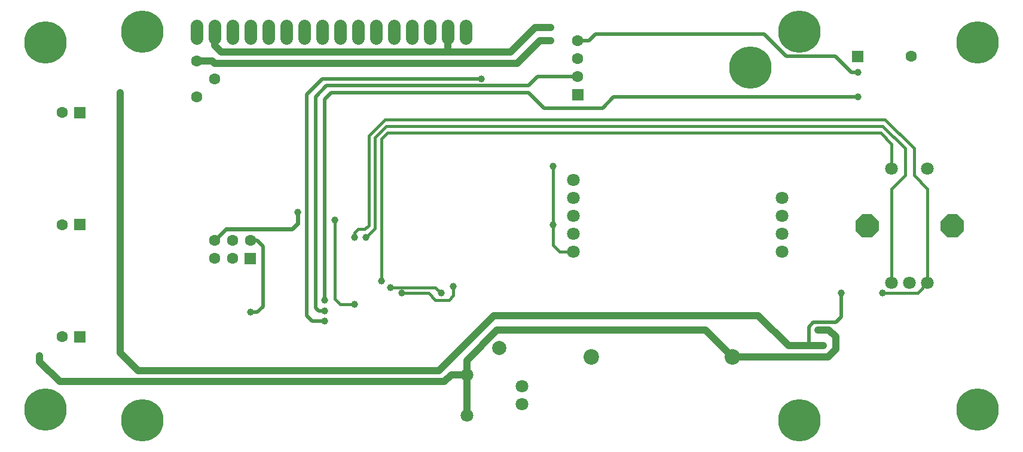
<source format=gbr>
%FSLAX34Y34*%
%MOMM*%
%LNCOPPER_TOP*%
G71*
G01*
%ADD10C, 1.800*%
%ADD11C, 1.800*%
%ADD12C, 1.600*%
%ADD13C, 6.000*%
%ADD14C, 1.600*%
%ADD15C, 2.200*%
%ADD16C, 1.600*%
%ADD17C, 2.000*%
%ADD18C, 1.800*%
%ADD19C, 1.000*%
%ADD20C, 0.400*%
%ADD21C, 1.000*%
%ADD22C, 0.500*%
%ADD23C, 0.600*%
%LPD*%
G54D10*
X294000Y628600D02*
X294000Y610600D01*
G54D10*
X319400Y628600D02*
X319400Y610600D01*
G54D10*
X344800Y628600D02*
X344800Y610600D01*
G54D10*
X370200Y628600D02*
X370200Y610600D01*
G54D10*
X395600Y628600D02*
X395600Y610600D01*
G54D10*
X421000Y628600D02*
X421000Y610600D01*
G54D10*
X446400Y628600D02*
X446400Y610600D01*
G54D10*
X471800Y628600D02*
X471800Y610600D01*
G54D10*
X497200Y628600D02*
X497200Y610600D01*
G54D10*
X522600Y628600D02*
X522600Y610600D01*
G54D10*
X548000Y628600D02*
X548000Y610600D01*
G54D10*
X573400Y628600D02*
X573400Y610600D01*
G54D10*
X598800Y628600D02*
X598800Y610600D01*
G54D10*
X624200Y628600D02*
X624200Y610600D01*
G54D10*
X649600Y628600D02*
X649600Y610600D01*
G54D10*
X675000Y628600D02*
X675000Y610600D01*
X1278250Y264000D02*
G54D11*
D03*
X1303650Y264000D02*
G54D11*
D03*
X1329050Y264000D02*
G54D11*
D03*
X1278250Y425925D02*
G54D11*
D03*
X1329050Y425925D02*
G54D11*
D03*
G36*
X1226825Y351810D02*
X1236477Y361462D01*
X1250173Y361462D01*
X1259825Y351810D01*
X1259825Y338114D01*
X1250173Y328462D01*
X1236477Y328462D01*
X1226825Y338114D01*
X1226825Y351810D01*
G37*
G36*
X1347475Y351810D02*
X1357127Y361462D01*
X1370823Y361462D01*
X1380475Y351810D01*
X1380475Y338114D01*
X1370823Y328462D01*
X1357127Y328462D01*
X1347475Y338114D01*
X1347475Y351810D01*
G37*
G36*
X136900Y497300D02*
X120900Y497300D01*
X120900Y513300D01*
X136900Y513300D01*
X136900Y497300D01*
G37*
X103500Y505300D02*
G54D12*
D03*
G36*
X136900Y338550D02*
X120900Y338550D01*
X120900Y354550D01*
X136900Y354550D01*
X136900Y338550D01*
G37*
X103500Y346550D02*
G54D12*
D03*
G36*
X136900Y179800D02*
X120900Y179800D01*
X120900Y195800D01*
X136900Y195800D01*
X136900Y179800D01*
G37*
X103500Y187800D02*
G54D12*
D03*
X80000Y605000D02*
G54D13*
D03*
X80000Y85000D02*
G54D13*
D03*
X1400000Y85000D02*
G54D13*
D03*
X1400000Y605000D02*
G54D13*
D03*
G36*
X1222000Y593000D02*
X1238000Y593000D01*
X1238000Y577000D01*
X1222000Y577000D01*
X1222000Y593000D01*
G37*
X1306200Y585000D02*
G54D14*
D03*
X1052825Y159225D02*
G54D15*
D03*
X852825Y159225D02*
G54D15*
D03*
G36*
X362200Y290925D02*
X362200Y306925D01*
X378200Y306925D01*
X378200Y290925D01*
X362200Y290925D01*
G37*
X370200Y324325D02*
G54D16*
D03*
X344800Y298925D02*
G54D16*
D03*
X344800Y324325D02*
G54D16*
D03*
X319400Y298925D02*
G54D16*
D03*
X319400Y324325D02*
G54D16*
D03*
X294000Y527525D02*
G54D12*
D03*
X294000Y578325D02*
G54D12*
D03*
X319400Y552925D02*
G54D12*
D03*
X722625Y171925D02*
G54D17*
D03*
G36*
X825750Y522700D02*
X825750Y538700D01*
X841750Y538700D01*
X841750Y522700D01*
X825750Y522700D01*
G37*
X833750Y556100D02*
G54D14*
D03*
X833750Y581500D02*
G54D14*
D03*
X833750Y606900D02*
G54D14*
D03*
X1122675Y384650D02*
G54D11*
D03*
X1122675Y359250D02*
G54D11*
D03*
X1122675Y333850D02*
G54D11*
D03*
X1122675Y308450D02*
G54D11*
D03*
X827400Y308450D02*
G54D11*
D03*
X827400Y333850D02*
G54D11*
D03*
X827400Y359250D02*
G54D11*
D03*
X827400Y384650D02*
G54D11*
D03*
X827400Y410050D02*
G54D11*
D03*
X217400Y620000D02*
G54D13*
D03*
X217400Y70000D02*
G54D13*
D03*
X1147400Y70000D02*
G54D13*
D03*
X1147400Y620000D02*
G54D13*
D03*
X1078225Y568800D02*
G54D13*
D03*
X754375Y117950D02*
G54D18*
D03*
X754375Y92550D02*
G54D18*
D03*
X1181412Y197325D02*
G54D19*
D03*
X1181412Y175100D02*
G54D19*
D03*
X798825Y346550D02*
G54D19*
D03*
X798825Y429100D02*
G54D19*
D03*
G54D20*
X798825Y429100D02*
X798825Y346550D01*
X798825Y317975D01*
X808350Y308450D01*
X827400Y308450D01*
X1173475Y197325D02*
G54D19*
D03*
X1173475Y175100D02*
G54D19*
D03*
X71750Y152875D02*
G54D19*
D03*
X71750Y160812D02*
G54D19*
D03*
G54D21*
X71750Y160812D02*
X71750Y152875D01*
X100325Y124300D01*
X595625Y124300D01*
X186050Y208438D02*
G54D19*
D03*
X186050Y367188D02*
G54D19*
D03*
X186050Y533875D02*
G54D19*
D03*
G54D21*
X186050Y533875D02*
X186050Y206850D01*
X186050Y165575D01*
X211450Y140175D01*
X595625Y140175D01*
X186050Y216375D02*
G54D19*
D03*
X186050Y375125D02*
G54D19*
D03*
X186050Y525938D02*
G54D19*
D03*
X474975Y240188D02*
G54D19*
D03*
X474975Y224312D02*
G54D19*
D03*
X474975Y210025D02*
G54D19*
D03*
X568638Y257650D02*
G54D19*
D03*
X584512Y249712D02*
G54D19*
D03*
X668650Y575150D02*
G54D19*
D03*
G54D21*
X319400Y619600D02*
X319400Y600550D01*
X328925Y591025D01*
X649600Y591025D01*
X649600Y619600D01*
G54D21*
X319400Y575150D02*
X668650Y575150D01*
G54D21*
X294000Y578325D02*
X316225Y578325D01*
X319400Y575150D01*
G54D21*
X668650Y575150D02*
X748025Y575150D01*
X779775Y606900D01*
X795650Y606900D01*
G54D21*
X649600Y591025D02*
X738500Y591025D01*
X773425Y625950D01*
X795650Y625950D01*
X794062Y625950D02*
G54D19*
D03*
X786125Y625950D02*
G54D19*
D03*
X786125Y606900D02*
G54D19*
D03*
X794062Y606900D02*
G54D19*
D03*
G54D22*
X473388Y210025D02*
X457512Y210025D01*
X449575Y217962D01*
X449575Y530700D01*
X471800Y552925D01*
X697225Y552925D01*
X697225Y552925D02*
G54D19*
D03*
G54D22*
X473388Y224312D02*
X467038Y224312D01*
X462275Y229075D01*
X462275Y527525D01*
X478150Y543400D01*
X763900Y543400D01*
X776600Y556100D01*
G54D22*
X776600Y556100D02*
X833750Y556100D01*
X521012Y591025D02*
G54D19*
D03*
X513075Y591025D02*
G54D19*
D03*
X481325Y575150D02*
G54D19*
D03*
X489262Y575150D02*
G54D19*
D03*
G54D22*
X1229832Y527525D02*
X884550Y527525D01*
X868675Y511650D01*
X786125Y511650D01*
X763900Y533875D01*
X484500Y533875D01*
X474975Y524350D01*
X474975Y240188D01*
X1230625Y527525D02*
G54D19*
D03*
G54D22*
X833750Y606900D02*
X849625Y606900D01*
X859150Y616425D01*
X1097275Y616425D01*
X1128700Y585000D01*
X1198550Y585000D01*
X1221100Y562450D01*
X1230625Y562450D02*
G54D19*
D03*
G54D22*
X1221100Y562450D02*
X1230625Y562450D01*
G54D20*
X1278250Y425925D02*
X1278250Y460850D01*
X1262375Y476725D01*
X624200Y476725D01*
G54D20*
X1278250Y264000D02*
X1278250Y397350D01*
X1297300Y416400D01*
X1297300Y454500D01*
X1265550Y486250D01*
X624200Y486250D01*
G54D20*
X1329050Y264000D02*
X1329050Y397350D01*
X1310000Y416400D01*
X1310000Y454500D01*
X1268725Y495775D01*
X624200Y495775D01*
X555938Y267175D02*
G54D19*
D03*
G54D20*
X624200Y476725D02*
X563875Y476725D01*
X555938Y468788D01*
X555938Y267175D01*
X392425Y140175D02*
G54D19*
D03*
X386075Y140175D02*
G54D19*
D03*
X503550Y124300D02*
G54D19*
D03*
X509900Y124300D02*
G54D19*
D03*
X370200Y222725D02*
G54D19*
D03*
X589275Y140175D02*
G54D19*
D03*
X595625Y140175D02*
G54D19*
D03*
X517838Y329088D02*
G54D19*
D03*
X533712Y329088D02*
G54D19*
D03*
G54D20*
X533712Y329088D02*
X546412Y341788D01*
X546412Y470375D01*
X562288Y486250D01*
X624200Y486250D01*
G54D20*
X624200Y495775D02*
X560700Y495775D01*
X537682Y472756D01*
X537682Y345756D01*
X532125Y340200D01*
X522600Y340200D01*
X517838Y335438D01*
X517838Y329088D01*
X517838Y233838D02*
G54D19*
D03*
X489262Y352900D02*
G54D19*
D03*
G54D20*
X489262Y352900D02*
X489262Y241775D01*
X497200Y233838D01*
X517838Y233838D01*
G54D22*
X370200Y324325D02*
X379725Y324325D01*
X387662Y316388D01*
X387662Y230662D01*
X379725Y222725D01*
X370200Y222725D01*
X436875Y364012D02*
G54D19*
D03*
G54D23*
X436875Y364012D02*
X436875Y348138D01*
X428938Y340200D01*
X335275Y340200D01*
X319400Y324325D01*
X657538Y259238D02*
G54D19*
D03*
X640075Y249712D02*
G54D19*
D03*
G54D20*
X584512Y249712D02*
X622612Y249712D01*
X632138Y240188D01*
X651188Y240188D01*
X657538Y246538D01*
X657538Y259238D01*
G54D20*
X568638Y257650D02*
X632138Y257650D01*
X640075Y249712D01*
X676588Y133825D02*
G54D18*
D03*
X676588Y76675D02*
G54D18*
D03*
G54D21*
X676588Y133825D02*
X676588Y76675D01*
G54D21*
X595625Y124300D02*
X644838Y124300D01*
X654362Y133825D01*
X676588Y133825D01*
G54D21*
X595625Y140175D02*
X636900Y140175D01*
X714688Y217962D01*
X1089338Y217962D01*
X1132200Y175100D01*
X1181412Y175100D01*
G54D21*
X1173475Y197325D02*
X1181412Y197325D01*
X1189350Y197325D01*
X1198875Y187800D01*
X1198875Y170338D01*
X1187762Y159225D01*
X1052825Y159225D01*
X1014725Y197325D01*
X719450Y197325D01*
X676588Y154462D01*
X676588Y133825D01*
X728975Y197325D02*
G54D19*
D03*
X735325Y197325D02*
G54D19*
D03*
X728975Y217962D02*
G54D19*
D03*
X735325Y217962D02*
G54D19*
D03*
X1265550Y249712D02*
G54D19*
D03*
G54D20*
X1265550Y249712D02*
X1314762Y249712D01*
X1329050Y264000D01*
X1206812Y249712D02*
G54D19*
D03*
G54D22*
X1206812Y249712D02*
X1206812Y216375D01*
X1198875Y208438D01*
X1167125Y208438D01*
X1160775Y202088D01*
X1160775Y175100D01*
X395600Y575150D02*
G54D19*
D03*
X401950Y575150D02*
G54D19*
D03*
M02*

</source>
